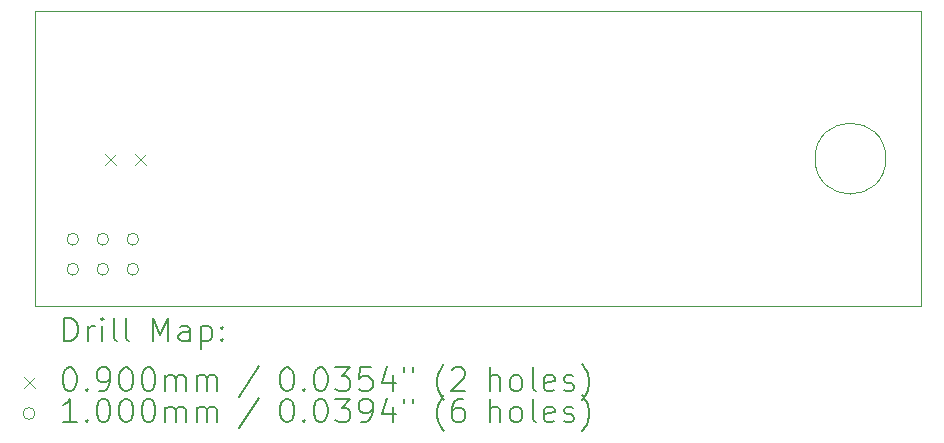
<source format=gbr>
%TF.GenerationSoftware,KiCad,Pcbnew,(6.99.0-2452-gdb4f2d9dd8)*%
%TF.CreationDate,2022-07-21T13:31:49-08:00*%
%TF.ProjectId,Boeing,426f6569-6e67-42e6-9b69-6361645f7063,rev?*%
%TF.SameCoordinates,Original*%
%TF.FileFunction,Drillmap*%
%TF.FilePolarity,Positive*%
%FSLAX45Y45*%
G04 Gerber Fmt 4.5, Leading zero omitted, Abs format (unit mm)*
G04 Created by KiCad (PCBNEW (6.99.0-2452-gdb4f2d9dd8)) date 2022-07-21 13:31:49*
%MOMM*%
%LPD*%
G01*
G04 APERTURE LIST*
%ADD10C,0.100000*%
%ADD11C,0.200000*%
%ADD12C,0.090000*%
G04 APERTURE END LIST*
D10*
X10000000Y-5000000D02*
X17500000Y-5000000D01*
X17500000Y-5000000D02*
X17500000Y-7500000D01*
X17500000Y-7500000D02*
X10000000Y-7500000D01*
X10000000Y-7500000D02*
X10000000Y-5000000D01*
X17200000Y-6250000D02*
G75*
G03*
X17200000Y-6250000I-300000J0D01*
G01*
D11*
D12*
X10591000Y-6215000D02*
X10681000Y-6305000D01*
X10681000Y-6215000D02*
X10591000Y-6305000D01*
X10845000Y-6215000D02*
X10935000Y-6305000D01*
X10935000Y-6215000D02*
X10845000Y-6305000D01*
D10*
X10366000Y-6933000D02*
G75*
G03*
X10366000Y-6933000I-50000J0D01*
G01*
X10366000Y-7187000D02*
G75*
G03*
X10366000Y-7187000I-50000J0D01*
G01*
X10620000Y-6933000D02*
G75*
G03*
X10620000Y-6933000I-50000J0D01*
G01*
X10620000Y-7187000D02*
G75*
G03*
X10620000Y-7187000I-50000J0D01*
G01*
X10874000Y-6933000D02*
G75*
G03*
X10874000Y-6933000I-50000J0D01*
G01*
X10874000Y-7187000D02*
G75*
G03*
X10874000Y-7187000I-50000J0D01*
G01*
D11*
X10242619Y-7798476D02*
X10242619Y-7598476D01*
X10242619Y-7598476D02*
X10290238Y-7598476D01*
X10290238Y-7598476D02*
X10318810Y-7608000D01*
X10318810Y-7608000D02*
X10337857Y-7627048D01*
X10337857Y-7627048D02*
X10347381Y-7646095D01*
X10347381Y-7646095D02*
X10356905Y-7684190D01*
X10356905Y-7684190D02*
X10356905Y-7712762D01*
X10356905Y-7712762D02*
X10347381Y-7750857D01*
X10347381Y-7750857D02*
X10337857Y-7769905D01*
X10337857Y-7769905D02*
X10318810Y-7788952D01*
X10318810Y-7788952D02*
X10290238Y-7798476D01*
X10290238Y-7798476D02*
X10242619Y-7798476D01*
X10442619Y-7798476D02*
X10442619Y-7665143D01*
X10442619Y-7703238D02*
X10452143Y-7684190D01*
X10452143Y-7684190D02*
X10461667Y-7674667D01*
X10461667Y-7674667D02*
X10480714Y-7665143D01*
X10480714Y-7665143D02*
X10499762Y-7665143D01*
X10566429Y-7798476D02*
X10566429Y-7665143D01*
X10566429Y-7598476D02*
X10556905Y-7608000D01*
X10556905Y-7608000D02*
X10566429Y-7617524D01*
X10566429Y-7617524D02*
X10575952Y-7608000D01*
X10575952Y-7608000D02*
X10566429Y-7598476D01*
X10566429Y-7598476D02*
X10566429Y-7617524D01*
X10690238Y-7798476D02*
X10671190Y-7788952D01*
X10671190Y-7788952D02*
X10661667Y-7769905D01*
X10661667Y-7769905D02*
X10661667Y-7598476D01*
X10795000Y-7798476D02*
X10775952Y-7788952D01*
X10775952Y-7788952D02*
X10766429Y-7769905D01*
X10766429Y-7769905D02*
X10766429Y-7598476D01*
X10991190Y-7798476D02*
X10991190Y-7598476D01*
X10991190Y-7598476D02*
X11057857Y-7741333D01*
X11057857Y-7741333D02*
X11124524Y-7598476D01*
X11124524Y-7598476D02*
X11124524Y-7798476D01*
X11305476Y-7798476D02*
X11305476Y-7693714D01*
X11305476Y-7693714D02*
X11295952Y-7674667D01*
X11295952Y-7674667D02*
X11276905Y-7665143D01*
X11276905Y-7665143D02*
X11238809Y-7665143D01*
X11238809Y-7665143D02*
X11219762Y-7674667D01*
X11305476Y-7788952D02*
X11286428Y-7798476D01*
X11286428Y-7798476D02*
X11238809Y-7798476D01*
X11238809Y-7798476D02*
X11219762Y-7788952D01*
X11219762Y-7788952D02*
X11210238Y-7769905D01*
X11210238Y-7769905D02*
X11210238Y-7750857D01*
X11210238Y-7750857D02*
X11219762Y-7731809D01*
X11219762Y-7731809D02*
X11238809Y-7722286D01*
X11238809Y-7722286D02*
X11286428Y-7722286D01*
X11286428Y-7722286D02*
X11305476Y-7712762D01*
X11400714Y-7665143D02*
X11400714Y-7865143D01*
X11400714Y-7674667D02*
X11419762Y-7665143D01*
X11419762Y-7665143D02*
X11457857Y-7665143D01*
X11457857Y-7665143D02*
X11476905Y-7674667D01*
X11476905Y-7674667D02*
X11486428Y-7684190D01*
X11486428Y-7684190D02*
X11495952Y-7703238D01*
X11495952Y-7703238D02*
X11495952Y-7760381D01*
X11495952Y-7760381D02*
X11486428Y-7779428D01*
X11486428Y-7779428D02*
X11476905Y-7788952D01*
X11476905Y-7788952D02*
X11457857Y-7798476D01*
X11457857Y-7798476D02*
X11419762Y-7798476D01*
X11419762Y-7798476D02*
X11400714Y-7788952D01*
X11581667Y-7779428D02*
X11591190Y-7788952D01*
X11591190Y-7788952D02*
X11581667Y-7798476D01*
X11581667Y-7798476D02*
X11572143Y-7788952D01*
X11572143Y-7788952D02*
X11581667Y-7779428D01*
X11581667Y-7779428D02*
X11581667Y-7798476D01*
X11581667Y-7674667D02*
X11591190Y-7684190D01*
X11591190Y-7684190D02*
X11581667Y-7693714D01*
X11581667Y-7693714D02*
X11572143Y-7684190D01*
X11572143Y-7684190D02*
X11581667Y-7674667D01*
X11581667Y-7674667D02*
X11581667Y-7693714D01*
D12*
X9905000Y-8100000D02*
X9995000Y-8190000D01*
X9995000Y-8100000D02*
X9905000Y-8190000D01*
D11*
X10280714Y-8018476D02*
X10299762Y-8018476D01*
X10299762Y-8018476D02*
X10318810Y-8028000D01*
X10318810Y-8028000D02*
X10328333Y-8037524D01*
X10328333Y-8037524D02*
X10337857Y-8056571D01*
X10337857Y-8056571D02*
X10347381Y-8094667D01*
X10347381Y-8094667D02*
X10347381Y-8142286D01*
X10347381Y-8142286D02*
X10337857Y-8180381D01*
X10337857Y-8180381D02*
X10328333Y-8199428D01*
X10328333Y-8199428D02*
X10318810Y-8208952D01*
X10318810Y-8208952D02*
X10299762Y-8218476D01*
X10299762Y-8218476D02*
X10280714Y-8218476D01*
X10280714Y-8218476D02*
X10261667Y-8208952D01*
X10261667Y-8208952D02*
X10252143Y-8199428D01*
X10252143Y-8199428D02*
X10242619Y-8180381D01*
X10242619Y-8180381D02*
X10233095Y-8142286D01*
X10233095Y-8142286D02*
X10233095Y-8094667D01*
X10233095Y-8094667D02*
X10242619Y-8056571D01*
X10242619Y-8056571D02*
X10252143Y-8037524D01*
X10252143Y-8037524D02*
X10261667Y-8028000D01*
X10261667Y-8028000D02*
X10280714Y-8018476D01*
X10433095Y-8199428D02*
X10442619Y-8208952D01*
X10442619Y-8208952D02*
X10433095Y-8218476D01*
X10433095Y-8218476D02*
X10423571Y-8208952D01*
X10423571Y-8208952D02*
X10433095Y-8199428D01*
X10433095Y-8199428D02*
X10433095Y-8218476D01*
X10537857Y-8218476D02*
X10575952Y-8218476D01*
X10575952Y-8218476D02*
X10595000Y-8208952D01*
X10595000Y-8208952D02*
X10604524Y-8199428D01*
X10604524Y-8199428D02*
X10623571Y-8170857D01*
X10623571Y-8170857D02*
X10633095Y-8132762D01*
X10633095Y-8132762D02*
X10633095Y-8056571D01*
X10633095Y-8056571D02*
X10623571Y-8037524D01*
X10623571Y-8037524D02*
X10614048Y-8028000D01*
X10614048Y-8028000D02*
X10595000Y-8018476D01*
X10595000Y-8018476D02*
X10556905Y-8018476D01*
X10556905Y-8018476D02*
X10537857Y-8028000D01*
X10537857Y-8028000D02*
X10528333Y-8037524D01*
X10528333Y-8037524D02*
X10518810Y-8056571D01*
X10518810Y-8056571D02*
X10518810Y-8104190D01*
X10518810Y-8104190D02*
X10528333Y-8123238D01*
X10528333Y-8123238D02*
X10537857Y-8132762D01*
X10537857Y-8132762D02*
X10556905Y-8142286D01*
X10556905Y-8142286D02*
X10595000Y-8142286D01*
X10595000Y-8142286D02*
X10614048Y-8132762D01*
X10614048Y-8132762D02*
X10623571Y-8123238D01*
X10623571Y-8123238D02*
X10633095Y-8104190D01*
X10756905Y-8018476D02*
X10775952Y-8018476D01*
X10775952Y-8018476D02*
X10795000Y-8028000D01*
X10795000Y-8028000D02*
X10804524Y-8037524D01*
X10804524Y-8037524D02*
X10814048Y-8056571D01*
X10814048Y-8056571D02*
X10823571Y-8094667D01*
X10823571Y-8094667D02*
X10823571Y-8142286D01*
X10823571Y-8142286D02*
X10814048Y-8180381D01*
X10814048Y-8180381D02*
X10804524Y-8199428D01*
X10804524Y-8199428D02*
X10795000Y-8208952D01*
X10795000Y-8208952D02*
X10775952Y-8218476D01*
X10775952Y-8218476D02*
X10756905Y-8218476D01*
X10756905Y-8218476D02*
X10737857Y-8208952D01*
X10737857Y-8208952D02*
X10728333Y-8199428D01*
X10728333Y-8199428D02*
X10718810Y-8180381D01*
X10718810Y-8180381D02*
X10709286Y-8142286D01*
X10709286Y-8142286D02*
X10709286Y-8094667D01*
X10709286Y-8094667D02*
X10718810Y-8056571D01*
X10718810Y-8056571D02*
X10728333Y-8037524D01*
X10728333Y-8037524D02*
X10737857Y-8028000D01*
X10737857Y-8028000D02*
X10756905Y-8018476D01*
X10947381Y-8018476D02*
X10966429Y-8018476D01*
X10966429Y-8018476D02*
X10985476Y-8028000D01*
X10985476Y-8028000D02*
X10995000Y-8037524D01*
X10995000Y-8037524D02*
X11004524Y-8056571D01*
X11004524Y-8056571D02*
X11014048Y-8094667D01*
X11014048Y-8094667D02*
X11014048Y-8142286D01*
X11014048Y-8142286D02*
X11004524Y-8180381D01*
X11004524Y-8180381D02*
X10995000Y-8199428D01*
X10995000Y-8199428D02*
X10985476Y-8208952D01*
X10985476Y-8208952D02*
X10966429Y-8218476D01*
X10966429Y-8218476D02*
X10947381Y-8218476D01*
X10947381Y-8218476D02*
X10928333Y-8208952D01*
X10928333Y-8208952D02*
X10918810Y-8199428D01*
X10918810Y-8199428D02*
X10909286Y-8180381D01*
X10909286Y-8180381D02*
X10899762Y-8142286D01*
X10899762Y-8142286D02*
X10899762Y-8094667D01*
X10899762Y-8094667D02*
X10909286Y-8056571D01*
X10909286Y-8056571D02*
X10918810Y-8037524D01*
X10918810Y-8037524D02*
X10928333Y-8028000D01*
X10928333Y-8028000D02*
X10947381Y-8018476D01*
X11099762Y-8218476D02*
X11099762Y-8085143D01*
X11099762Y-8104190D02*
X11109286Y-8094667D01*
X11109286Y-8094667D02*
X11128333Y-8085143D01*
X11128333Y-8085143D02*
X11156905Y-8085143D01*
X11156905Y-8085143D02*
X11175952Y-8094667D01*
X11175952Y-8094667D02*
X11185476Y-8113714D01*
X11185476Y-8113714D02*
X11185476Y-8218476D01*
X11185476Y-8113714D02*
X11195000Y-8094667D01*
X11195000Y-8094667D02*
X11214048Y-8085143D01*
X11214048Y-8085143D02*
X11242619Y-8085143D01*
X11242619Y-8085143D02*
X11261667Y-8094667D01*
X11261667Y-8094667D02*
X11271190Y-8113714D01*
X11271190Y-8113714D02*
X11271190Y-8218476D01*
X11366429Y-8218476D02*
X11366429Y-8085143D01*
X11366429Y-8104190D02*
X11375952Y-8094667D01*
X11375952Y-8094667D02*
X11395000Y-8085143D01*
X11395000Y-8085143D02*
X11423571Y-8085143D01*
X11423571Y-8085143D02*
X11442619Y-8094667D01*
X11442619Y-8094667D02*
X11452143Y-8113714D01*
X11452143Y-8113714D02*
X11452143Y-8218476D01*
X11452143Y-8113714D02*
X11461667Y-8094667D01*
X11461667Y-8094667D02*
X11480714Y-8085143D01*
X11480714Y-8085143D02*
X11509286Y-8085143D01*
X11509286Y-8085143D02*
X11528333Y-8094667D01*
X11528333Y-8094667D02*
X11537857Y-8113714D01*
X11537857Y-8113714D02*
X11537857Y-8218476D01*
X11895952Y-8008952D02*
X11724524Y-8266095D01*
X12120714Y-8018476D02*
X12139762Y-8018476D01*
X12139762Y-8018476D02*
X12158810Y-8028000D01*
X12158810Y-8028000D02*
X12168333Y-8037524D01*
X12168333Y-8037524D02*
X12177857Y-8056571D01*
X12177857Y-8056571D02*
X12187381Y-8094667D01*
X12187381Y-8094667D02*
X12187381Y-8142286D01*
X12187381Y-8142286D02*
X12177857Y-8180381D01*
X12177857Y-8180381D02*
X12168333Y-8199428D01*
X12168333Y-8199428D02*
X12158810Y-8208952D01*
X12158810Y-8208952D02*
X12139762Y-8218476D01*
X12139762Y-8218476D02*
X12120714Y-8218476D01*
X12120714Y-8218476D02*
X12101667Y-8208952D01*
X12101667Y-8208952D02*
X12092143Y-8199428D01*
X12092143Y-8199428D02*
X12082619Y-8180381D01*
X12082619Y-8180381D02*
X12073095Y-8142286D01*
X12073095Y-8142286D02*
X12073095Y-8094667D01*
X12073095Y-8094667D02*
X12082619Y-8056571D01*
X12082619Y-8056571D02*
X12092143Y-8037524D01*
X12092143Y-8037524D02*
X12101667Y-8028000D01*
X12101667Y-8028000D02*
X12120714Y-8018476D01*
X12273095Y-8199428D02*
X12282619Y-8208952D01*
X12282619Y-8208952D02*
X12273095Y-8218476D01*
X12273095Y-8218476D02*
X12263571Y-8208952D01*
X12263571Y-8208952D02*
X12273095Y-8199428D01*
X12273095Y-8199428D02*
X12273095Y-8218476D01*
X12406429Y-8018476D02*
X12425476Y-8018476D01*
X12425476Y-8018476D02*
X12444524Y-8028000D01*
X12444524Y-8028000D02*
X12454048Y-8037524D01*
X12454048Y-8037524D02*
X12463571Y-8056571D01*
X12463571Y-8056571D02*
X12473095Y-8094667D01*
X12473095Y-8094667D02*
X12473095Y-8142286D01*
X12473095Y-8142286D02*
X12463571Y-8180381D01*
X12463571Y-8180381D02*
X12454048Y-8199428D01*
X12454048Y-8199428D02*
X12444524Y-8208952D01*
X12444524Y-8208952D02*
X12425476Y-8218476D01*
X12425476Y-8218476D02*
X12406429Y-8218476D01*
X12406429Y-8218476D02*
X12387381Y-8208952D01*
X12387381Y-8208952D02*
X12377857Y-8199428D01*
X12377857Y-8199428D02*
X12368333Y-8180381D01*
X12368333Y-8180381D02*
X12358810Y-8142286D01*
X12358810Y-8142286D02*
X12358810Y-8094667D01*
X12358810Y-8094667D02*
X12368333Y-8056571D01*
X12368333Y-8056571D02*
X12377857Y-8037524D01*
X12377857Y-8037524D02*
X12387381Y-8028000D01*
X12387381Y-8028000D02*
X12406429Y-8018476D01*
X12539762Y-8018476D02*
X12663571Y-8018476D01*
X12663571Y-8018476D02*
X12596905Y-8094667D01*
X12596905Y-8094667D02*
X12625476Y-8094667D01*
X12625476Y-8094667D02*
X12644524Y-8104190D01*
X12644524Y-8104190D02*
X12654048Y-8113714D01*
X12654048Y-8113714D02*
X12663571Y-8132762D01*
X12663571Y-8132762D02*
X12663571Y-8180381D01*
X12663571Y-8180381D02*
X12654048Y-8199428D01*
X12654048Y-8199428D02*
X12644524Y-8208952D01*
X12644524Y-8208952D02*
X12625476Y-8218476D01*
X12625476Y-8218476D02*
X12568333Y-8218476D01*
X12568333Y-8218476D02*
X12549286Y-8208952D01*
X12549286Y-8208952D02*
X12539762Y-8199428D01*
X12844524Y-8018476D02*
X12749286Y-8018476D01*
X12749286Y-8018476D02*
X12739762Y-8113714D01*
X12739762Y-8113714D02*
X12749286Y-8104190D01*
X12749286Y-8104190D02*
X12768333Y-8094667D01*
X12768333Y-8094667D02*
X12815952Y-8094667D01*
X12815952Y-8094667D02*
X12835000Y-8104190D01*
X12835000Y-8104190D02*
X12844524Y-8113714D01*
X12844524Y-8113714D02*
X12854048Y-8132762D01*
X12854048Y-8132762D02*
X12854048Y-8180381D01*
X12854048Y-8180381D02*
X12844524Y-8199428D01*
X12844524Y-8199428D02*
X12835000Y-8208952D01*
X12835000Y-8208952D02*
X12815952Y-8218476D01*
X12815952Y-8218476D02*
X12768333Y-8218476D01*
X12768333Y-8218476D02*
X12749286Y-8208952D01*
X12749286Y-8208952D02*
X12739762Y-8199428D01*
X13025476Y-8085143D02*
X13025476Y-8218476D01*
X12977857Y-8008952D02*
X12930238Y-8151809D01*
X12930238Y-8151809D02*
X13054048Y-8151809D01*
X13120714Y-8018476D02*
X13120714Y-8056571D01*
X13196905Y-8018476D02*
X13196905Y-8056571D01*
X13459762Y-8294667D02*
X13450238Y-8285143D01*
X13450238Y-8285143D02*
X13431191Y-8256571D01*
X13431191Y-8256571D02*
X13421667Y-8237524D01*
X13421667Y-8237524D02*
X13412143Y-8208952D01*
X13412143Y-8208952D02*
X13402619Y-8161333D01*
X13402619Y-8161333D02*
X13402619Y-8123238D01*
X13402619Y-8123238D02*
X13412143Y-8075619D01*
X13412143Y-8075619D02*
X13421667Y-8047048D01*
X13421667Y-8047048D02*
X13431191Y-8028000D01*
X13431191Y-8028000D02*
X13450238Y-7999428D01*
X13450238Y-7999428D02*
X13459762Y-7989905D01*
X13526429Y-8037524D02*
X13535952Y-8028000D01*
X13535952Y-8028000D02*
X13555000Y-8018476D01*
X13555000Y-8018476D02*
X13602619Y-8018476D01*
X13602619Y-8018476D02*
X13621667Y-8028000D01*
X13621667Y-8028000D02*
X13631191Y-8037524D01*
X13631191Y-8037524D02*
X13640714Y-8056571D01*
X13640714Y-8056571D02*
X13640714Y-8075619D01*
X13640714Y-8075619D02*
X13631191Y-8104190D01*
X13631191Y-8104190D02*
X13516905Y-8218476D01*
X13516905Y-8218476D02*
X13640714Y-8218476D01*
X13846429Y-8218476D02*
X13846429Y-8018476D01*
X13932143Y-8218476D02*
X13932143Y-8113714D01*
X13932143Y-8113714D02*
X13922619Y-8094667D01*
X13922619Y-8094667D02*
X13903572Y-8085143D01*
X13903572Y-8085143D02*
X13875000Y-8085143D01*
X13875000Y-8085143D02*
X13855952Y-8094667D01*
X13855952Y-8094667D02*
X13846429Y-8104190D01*
X14055952Y-8218476D02*
X14036905Y-8208952D01*
X14036905Y-8208952D02*
X14027381Y-8199428D01*
X14027381Y-8199428D02*
X14017857Y-8180381D01*
X14017857Y-8180381D02*
X14017857Y-8123238D01*
X14017857Y-8123238D02*
X14027381Y-8104190D01*
X14027381Y-8104190D02*
X14036905Y-8094667D01*
X14036905Y-8094667D02*
X14055952Y-8085143D01*
X14055952Y-8085143D02*
X14084524Y-8085143D01*
X14084524Y-8085143D02*
X14103572Y-8094667D01*
X14103572Y-8094667D02*
X14113095Y-8104190D01*
X14113095Y-8104190D02*
X14122619Y-8123238D01*
X14122619Y-8123238D02*
X14122619Y-8180381D01*
X14122619Y-8180381D02*
X14113095Y-8199428D01*
X14113095Y-8199428D02*
X14103572Y-8208952D01*
X14103572Y-8208952D02*
X14084524Y-8218476D01*
X14084524Y-8218476D02*
X14055952Y-8218476D01*
X14236905Y-8218476D02*
X14217857Y-8208952D01*
X14217857Y-8208952D02*
X14208333Y-8189905D01*
X14208333Y-8189905D02*
X14208333Y-8018476D01*
X14389286Y-8208952D02*
X14370238Y-8218476D01*
X14370238Y-8218476D02*
X14332143Y-8218476D01*
X14332143Y-8218476D02*
X14313095Y-8208952D01*
X14313095Y-8208952D02*
X14303572Y-8189905D01*
X14303572Y-8189905D02*
X14303572Y-8113714D01*
X14303572Y-8113714D02*
X14313095Y-8094667D01*
X14313095Y-8094667D02*
X14332143Y-8085143D01*
X14332143Y-8085143D02*
X14370238Y-8085143D01*
X14370238Y-8085143D02*
X14389286Y-8094667D01*
X14389286Y-8094667D02*
X14398810Y-8113714D01*
X14398810Y-8113714D02*
X14398810Y-8132762D01*
X14398810Y-8132762D02*
X14303572Y-8151809D01*
X14475000Y-8208952D02*
X14494048Y-8218476D01*
X14494048Y-8218476D02*
X14532143Y-8218476D01*
X14532143Y-8218476D02*
X14551191Y-8208952D01*
X14551191Y-8208952D02*
X14560714Y-8189905D01*
X14560714Y-8189905D02*
X14560714Y-8180381D01*
X14560714Y-8180381D02*
X14551191Y-8161333D01*
X14551191Y-8161333D02*
X14532143Y-8151809D01*
X14532143Y-8151809D02*
X14503572Y-8151809D01*
X14503572Y-8151809D02*
X14484524Y-8142286D01*
X14484524Y-8142286D02*
X14475000Y-8123238D01*
X14475000Y-8123238D02*
X14475000Y-8113714D01*
X14475000Y-8113714D02*
X14484524Y-8094667D01*
X14484524Y-8094667D02*
X14503572Y-8085143D01*
X14503572Y-8085143D02*
X14532143Y-8085143D01*
X14532143Y-8085143D02*
X14551191Y-8094667D01*
X14627381Y-8294667D02*
X14636905Y-8285143D01*
X14636905Y-8285143D02*
X14655953Y-8256571D01*
X14655953Y-8256571D02*
X14665476Y-8237524D01*
X14665476Y-8237524D02*
X14675000Y-8208952D01*
X14675000Y-8208952D02*
X14684524Y-8161333D01*
X14684524Y-8161333D02*
X14684524Y-8123238D01*
X14684524Y-8123238D02*
X14675000Y-8075619D01*
X14675000Y-8075619D02*
X14665476Y-8047048D01*
X14665476Y-8047048D02*
X14655953Y-8028000D01*
X14655953Y-8028000D02*
X14636905Y-7999428D01*
X14636905Y-7999428D02*
X14627381Y-7989905D01*
D10*
X9995000Y-8409000D02*
G75*
G03*
X9995000Y-8409000I-50000J0D01*
G01*
D11*
X10347381Y-8482476D02*
X10233095Y-8482476D01*
X10290238Y-8482476D02*
X10290238Y-8282476D01*
X10290238Y-8282476D02*
X10271190Y-8311048D01*
X10271190Y-8311048D02*
X10252143Y-8330095D01*
X10252143Y-8330095D02*
X10233095Y-8339619D01*
X10433095Y-8463429D02*
X10442619Y-8472952D01*
X10442619Y-8472952D02*
X10433095Y-8482476D01*
X10433095Y-8482476D02*
X10423571Y-8472952D01*
X10423571Y-8472952D02*
X10433095Y-8463429D01*
X10433095Y-8463429D02*
X10433095Y-8482476D01*
X10566429Y-8282476D02*
X10585476Y-8282476D01*
X10585476Y-8282476D02*
X10604524Y-8292000D01*
X10604524Y-8292000D02*
X10614048Y-8301524D01*
X10614048Y-8301524D02*
X10623571Y-8320571D01*
X10623571Y-8320571D02*
X10633095Y-8358667D01*
X10633095Y-8358667D02*
X10633095Y-8406286D01*
X10633095Y-8406286D02*
X10623571Y-8444381D01*
X10623571Y-8444381D02*
X10614048Y-8463429D01*
X10614048Y-8463429D02*
X10604524Y-8472952D01*
X10604524Y-8472952D02*
X10585476Y-8482476D01*
X10585476Y-8482476D02*
X10566429Y-8482476D01*
X10566429Y-8482476D02*
X10547381Y-8472952D01*
X10547381Y-8472952D02*
X10537857Y-8463429D01*
X10537857Y-8463429D02*
X10528333Y-8444381D01*
X10528333Y-8444381D02*
X10518810Y-8406286D01*
X10518810Y-8406286D02*
X10518810Y-8358667D01*
X10518810Y-8358667D02*
X10528333Y-8320571D01*
X10528333Y-8320571D02*
X10537857Y-8301524D01*
X10537857Y-8301524D02*
X10547381Y-8292000D01*
X10547381Y-8292000D02*
X10566429Y-8282476D01*
X10756905Y-8282476D02*
X10775952Y-8282476D01*
X10775952Y-8282476D02*
X10795000Y-8292000D01*
X10795000Y-8292000D02*
X10804524Y-8301524D01*
X10804524Y-8301524D02*
X10814048Y-8320571D01*
X10814048Y-8320571D02*
X10823571Y-8358667D01*
X10823571Y-8358667D02*
X10823571Y-8406286D01*
X10823571Y-8406286D02*
X10814048Y-8444381D01*
X10814048Y-8444381D02*
X10804524Y-8463429D01*
X10804524Y-8463429D02*
X10795000Y-8472952D01*
X10795000Y-8472952D02*
X10775952Y-8482476D01*
X10775952Y-8482476D02*
X10756905Y-8482476D01*
X10756905Y-8482476D02*
X10737857Y-8472952D01*
X10737857Y-8472952D02*
X10728333Y-8463429D01*
X10728333Y-8463429D02*
X10718810Y-8444381D01*
X10718810Y-8444381D02*
X10709286Y-8406286D01*
X10709286Y-8406286D02*
X10709286Y-8358667D01*
X10709286Y-8358667D02*
X10718810Y-8320571D01*
X10718810Y-8320571D02*
X10728333Y-8301524D01*
X10728333Y-8301524D02*
X10737857Y-8292000D01*
X10737857Y-8292000D02*
X10756905Y-8282476D01*
X10947381Y-8282476D02*
X10966429Y-8282476D01*
X10966429Y-8282476D02*
X10985476Y-8292000D01*
X10985476Y-8292000D02*
X10995000Y-8301524D01*
X10995000Y-8301524D02*
X11004524Y-8320571D01*
X11004524Y-8320571D02*
X11014048Y-8358667D01*
X11014048Y-8358667D02*
X11014048Y-8406286D01*
X11014048Y-8406286D02*
X11004524Y-8444381D01*
X11004524Y-8444381D02*
X10995000Y-8463429D01*
X10995000Y-8463429D02*
X10985476Y-8472952D01*
X10985476Y-8472952D02*
X10966429Y-8482476D01*
X10966429Y-8482476D02*
X10947381Y-8482476D01*
X10947381Y-8482476D02*
X10928333Y-8472952D01*
X10928333Y-8472952D02*
X10918810Y-8463429D01*
X10918810Y-8463429D02*
X10909286Y-8444381D01*
X10909286Y-8444381D02*
X10899762Y-8406286D01*
X10899762Y-8406286D02*
X10899762Y-8358667D01*
X10899762Y-8358667D02*
X10909286Y-8320571D01*
X10909286Y-8320571D02*
X10918810Y-8301524D01*
X10918810Y-8301524D02*
X10928333Y-8292000D01*
X10928333Y-8292000D02*
X10947381Y-8282476D01*
X11099762Y-8482476D02*
X11099762Y-8349143D01*
X11099762Y-8368190D02*
X11109286Y-8358667D01*
X11109286Y-8358667D02*
X11128333Y-8349143D01*
X11128333Y-8349143D02*
X11156905Y-8349143D01*
X11156905Y-8349143D02*
X11175952Y-8358667D01*
X11175952Y-8358667D02*
X11185476Y-8377714D01*
X11185476Y-8377714D02*
X11185476Y-8482476D01*
X11185476Y-8377714D02*
X11195000Y-8358667D01*
X11195000Y-8358667D02*
X11214048Y-8349143D01*
X11214048Y-8349143D02*
X11242619Y-8349143D01*
X11242619Y-8349143D02*
X11261667Y-8358667D01*
X11261667Y-8358667D02*
X11271190Y-8377714D01*
X11271190Y-8377714D02*
X11271190Y-8482476D01*
X11366429Y-8482476D02*
X11366429Y-8349143D01*
X11366429Y-8368190D02*
X11375952Y-8358667D01*
X11375952Y-8358667D02*
X11395000Y-8349143D01*
X11395000Y-8349143D02*
X11423571Y-8349143D01*
X11423571Y-8349143D02*
X11442619Y-8358667D01*
X11442619Y-8358667D02*
X11452143Y-8377714D01*
X11452143Y-8377714D02*
X11452143Y-8482476D01*
X11452143Y-8377714D02*
X11461667Y-8358667D01*
X11461667Y-8358667D02*
X11480714Y-8349143D01*
X11480714Y-8349143D02*
X11509286Y-8349143D01*
X11509286Y-8349143D02*
X11528333Y-8358667D01*
X11528333Y-8358667D02*
X11537857Y-8377714D01*
X11537857Y-8377714D02*
X11537857Y-8482476D01*
X11895952Y-8272952D02*
X11724524Y-8530095D01*
X12120714Y-8282476D02*
X12139762Y-8282476D01*
X12139762Y-8282476D02*
X12158810Y-8292000D01*
X12158810Y-8292000D02*
X12168333Y-8301524D01*
X12168333Y-8301524D02*
X12177857Y-8320571D01*
X12177857Y-8320571D02*
X12187381Y-8358667D01*
X12187381Y-8358667D02*
X12187381Y-8406286D01*
X12187381Y-8406286D02*
X12177857Y-8444381D01*
X12177857Y-8444381D02*
X12168333Y-8463429D01*
X12168333Y-8463429D02*
X12158810Y-8472952D01*
X12158810Y-8472952D02*
X12139762Y-8482476D01*
X12139762Y-8482476D02*
X12120714Y-8482476D01*
X12120714Y-8482476D02*
X12101667Y-8472952D01*
X12101667Y-8472952D02*
X12092143Y-8463429D01*
X12092143Y-8463429D02*
X12082619Y-8444381D01*
X12082619Y-8444381D02*
X12073095Y-8406286D01*
X12073095Y-8406286D02*
X12073095Y-8358667D01*
X12073095Y-8358667D02*
X12082619Y-8320571D01*
X12082619Y-8320571D02*
X12092143Y-8301524D01*
X12092143Y-8301524D02*
X12101667Y-8292000D01*
X12101667Y-8292000D02*
X12120714Y-8282476D01*
X12273095Y-8463429D02*
X12282619Y-8472952D01*
X12282619Y-8472952D02*
X12273095Y-8482476D01*
X12273095Y-8482476D02*
X12263571Y-8472952D01*
X12263571Y-8472952D02*
X12273095Y-8463429D01*
X12273095Y-8463429D02*
X12273095Y-8482476D01*
X12406429Y-8282476D02*
X12425476Y-8282476D01*
X12425476Y-8282476D02*
X12444524Y-8292000D01*
X12444524Y-8292000D02*
X12454048Y-8301524D01*
X12454048Y-8301524D02*
X12463571Y-8320571D01*
X12463571Y-8320571D02*
X12473095Y-8358667D01*
X12473095Y-8358667D02*
X12473095Y-8406286D01*
X12473095Y-8406286D02*
X12463571Y-8444381D01*
X12463571Y-8444381D02*
X12454048Y-8463429D01*
X12454048Y-8463429D02*
X12444524Y-8472952D01*
X12444524Y-8472952D02*
X12425476Y-8482476D01*
X12425476Y-8482476D02*
X12406429Y-8482476D01*
X12406429Y-8482476D02*
X12387381Y-8472952D01*
X12387381Y-8472952D02*
X12377857Y-8463429D01*
X12377857Y-8463429D02*
X12368333Y-8444381D01*
X12368333Y-8444381D02*
X12358810Y-8406286D01*
X12358810Y-8406286D02*
X12358810Y-8358667D01*
X12358810Y-8358667D02*
X12368333Y-8320571D01*
X12368333Y-8320571D02*
X12377857Y-8301524D01*
X12377857Y-8301524D02*
X12387381Y-8292000D01*
X12387381Y-8292000D02*
X12406429Y-8282476D01*
X12539762Y-8282476D02*
X12663571Y-8282476D01*
X12663571Y-8282476D02*
X12596905Y-8358667D01*
X12596905Y-8358667D02*
X12625476Y-8358667D01*
X12625476Y-8358667D02*
X12644524Y-8368190D01*
X12644524Y-8368190D02*
X12654048Y-8377714D01*
X12654048Y-8377714D02*
X12663571Y-8396762D01*
X12663571Y-8396762D02*
X12663571Y-8444381D01*
X12663571Y-8444381D02*
X12654048Y-8463429D01*
X12654048Y-8463429D02*
X12644524Y-8472952D01*
X12644524Y-8472952D02*
X12625476Y-8482476D01*
X12625476Y-8482476D02*
X12568333Y-8482476D01*
X12568333Y-8482476D02*
X12549286Y-8472952D01*
X12549286Y-8472952D02*
X12539762Y-8463429D01*
X12758810Y-8482476D02*
X12796905Y-8482476D01*
X12796905Y-8482476D02*
X12815952Y-8472952D01*
X12815952Y-8472952D02*
X12825476Y-8463429D01*
X12825476Y-8463429D02*
X12844524Y-8434857D01*
X12844524Y-8434857D02*
X12854048Y-8396762D01*
X12854048Y-8396762D02*
X12854048Y-8320571D01*
X12854048Y-8320571D02*
X12844524Y-8301524D01*
X12844524Y-8301524D02*
X12835000Y-8292000D01*
X12835000Y-8292000D02*
X12815952Y-8282476D01*
X12815952Y-8282476D02*
X12777857Y-8282476D01*
X12777857Y-8282476D02*
X12758810Y-8292000D01*
X12758810Y-8292000D02*
X12749286Y-8301524D01*
X12749286Y-8301524D02*
X12739762Y-8320571D01*
X12739762Y-8320571D02*
X12739762Y-8368190D01*
X12739762Y-8368190D02*
X12749286Y-8387238D01*
X12749286Y-8387238D02*
X12758810Y-8396762D01*
X12758810Y-8396762D02*
X12777857Y-8406286D01*
X12777857Y-8406286D02*
X12815952Y-8406286D01*
X12815952Y-8406286D02*
X12835000Y-8396762D01*
X12835000Y-8396762D02*
X12844524Y-8387238D01*
X12844524Y-8387238D02*
X12854048Y-8368190D01*
X13025476Y-8349143D02*
X13025476Y-8482476D01*
X12977857Y-8272952D02*
X12930238Y-8415810D01*
X12930238Y-8415810D02*
X13054048Y-8415810D01*
X13120714Y-8282476D02*
X13120714Y-8320571D01*
X13196905Y-8282476D02*
X13196905Y-8320571D01*
X13459762Y-8558667D02*
X13450238Y-8549143D01*
X13450238Y-8549143D02*
X13431191Y-8520571D01*
X13431191Y-8520571D02*
X13421667Y-8501524D01*
X13421667Y-8501524D02*
X13412143Y-8472952D01*
X13412143Y-8472952D02*
X13402619Y-8425333D01*
X13402619Y-8425333D02*
X13402619Y-8387238D01*
X13402619Y-8387238D02*
X13412143Y-8339619D01*
X13412143Y-8339619D02*
X13421667Y-8311048D01*
X13421667Y-8311048D02*
X13431191Y-8292000D01*
X13431191Y-8292000D02*
X13450238Y-8263428D01*
X13450238Y-8263428D02*
X13459762Y-8253905D01*
X13621667Y-8282476D02*
X13583571Y-8282476D01*
X13583571Y-8282476D02*
X13564524Y-8292000D01*
X13564524Y-8292000D02*
X13555000Y-8301524D01*
X13555000Y-8301524D02*
X13535952Y-8330095D01*
X13535952Y-8330095D02*
X13526429Y-8368190D01*
X13526429Y-8368190D02*
X13526429Y-8444381D01*
X13526429Y-8444381D02*
X13535952Y-8463429D01*
X13535952Y-8463429D02*
X13545476Y-8472952D01*
X13545476Y-8472952D02*
X13564524Y-8482476D01*
X13564524Y-8482476D02*
X13602619Y-8482476D01*
X13602619Y-8482476D02*
X13621667Y-8472952D01*
X13621667Y-8472952D02*
X13631191Y-8463429D01*
X13631191Y-8463429D02*
X13640714Y-8444381D01*
X13640714Y-8444381D02*
X13640714Y-8396762D01*
X13640714Y-8396762D02*
X13631191Y-8377714D01*
X13631191Y-8377714D02*
X13621667Y-8368190D01*
X13621667Y-8368190D02*
X13602619Y-8358667D01*
X13602619Y-8358667D02*
X13564524Y-8358667D01*
X13564524Y-8358667D02*
X13545476Y-8368190D01*
X13545476Y-8368190D02*
X13535952Y-8377714D01*
X13535952Y-8377714D02*
X13526429Y-8396762D01*
X13846429Y-8482476D02*
X13846429Y-8282476D01*
X13932143Y-8482476D02*
X13932143Y-8377714D01*
X13932143Y-8377714D02*
X13922619Y-8358667D01*
X13922619Y-8358667D02*
X13903572Y-8349143D01*
X13903572Y-8349143D02*
X13875000Y-8349143D01*
X13875000Y-8349143D02*
X13855952Y-8358667D01*
X13855952Y-8358667D02*
X13846429Y-8368190D01*
X14055952Y-8482476D02*
X14036905Y-8472952D01*
X14036905Y-8472952D02*
X14027381Y-8463429D01*
X14027381Y-8463429D02*
X14017857Y-8444381D01*
X14017857Y-8444381D02*
X14017857Y-8387238D01*
X14017857Y-8387238D02*
X14027381Y-8368190D01*
X14027381Y-8368190D02*
X14036905Y-8358667D01*
X14036905Y-8358667D02*
X14055952Y-8349143D01*
X14055952Y-8349143D02*
X14084524Y-8349143D01*
X14084524Y-8349143D02*
X14103572Y-8358667D01*
X14103572Y-8358667D02*
X14113095Y-8368190D01*
X14113095Y-8368190D02*
X14122619Y-8387238D01*
X14122619Y-8387238D02*
X14122619Y-8444381D01*
X14122619Y-8444381D02*
X14113095Y-8463429D01*
X14113095Y-8463429D02*
X14103572Y-8472952D01*
X14103572Y-8472952D02*
X14084524Y-8482476D01*
X14084524Y-8482476D02*
X14055952Y-8482476D01*
X14236905Y-8482476D02*
X14217857Y-8472952D01*
X14217857Y-8472952D02*
X14208333Y-8453905D01*
X14208333Y-8453905D02*
X14208333Y-8282476D01*
X14389286Y-8472952D02*
X14370238Y-8482476D01*
X14370238Y-8482476D02*
X14332143Y-8482476D01*
X14332143Y-8482476D02*
X14313095Y-8472952D01*
X14313095Y-8472952D02*
X14303572Y-8453905D01*
X14303572Y-8453905D02*
X14303572Y-8377714D01*
X14303572Y-8377714D02*
X14313095Y-8358667D01*
X14313095Y-8358667D02*
X14332143Y-8349143D01*
X14332143Y-8349143D02*
X14370238Y-8349143D01*
X14370238Y-8349143D02*
X14389286Y-8358667D01*
X14389286Y-8358667D02*
X14398810Y-8377714D01*
X14398810Y-8377714D02*
X14398810Y-8396762D01*
X14398810Y-8396762D02*
X14303572Y-8415810D01*
X14475000Y-8472952D02*
X14494048Y-8482476D01*
X14494048Y-8482476D02*
X14532143Y-8482476D01*
X14532143Y-8482476D02*
X14551191Y-8472952D01*
X14551191Y-8472952D02*
X14560714Y-8453905D01*
X14560714Y-8453905D02*
X14560714Y-8444381D01*
X14560714Y-8444381D02*
X14551191Y-8425333D01*
X14551191Y-8425333D02*
X14532143Y-8415810D01*
X14532143Y-8415810D02*
X14503572Y-8415810D01*
X14503572Y-8415810D02*
X14484524Y-8406286D01*
X14484524Y-8406286D02*
X14475000Y-8387238D01*
X14475000Y-8387238D02*
X14475000Y-8377714D01*
X14475000Y-8377714D02*
X14484524Y-8358667D01*
X14484524Y-8358667D02*
X14503572Y-8349143D01*
X14503572Y-8349143D02*
X14532143Y-8349143D01*
X14532143Y-8349143D02*
X14551191Y-8358667D01*
X14627381Y-8558667D02*
X14636905Y-8549143D01*
X14636905Y-8549143D02*
X14655953Y-8520571D01*
X14655953Y-8520571D02*
X14665476Y-8501524D01*
X14665476Y-8501524D02*
X14675000Y-8472952D01*
X14675000Y-8472952D02*
X14684524Y-8425333D01*
X14684524Y-8425333D02*
X14684524Y-8387238D01*
X14684524Y-8387238D02*
X14675000Y-8339619D01*
X14675000Y-8339619D02*
X14665476Y-8311048D01*
X14665476Y-8311048D02*
X14655953Y-8292000D01*
X14655953Y-8292000D02*
X14636905Y-8263428D01*
X14636905Y-8263428D02*
X14627381Y-8253905D01*
M02*

</source>
